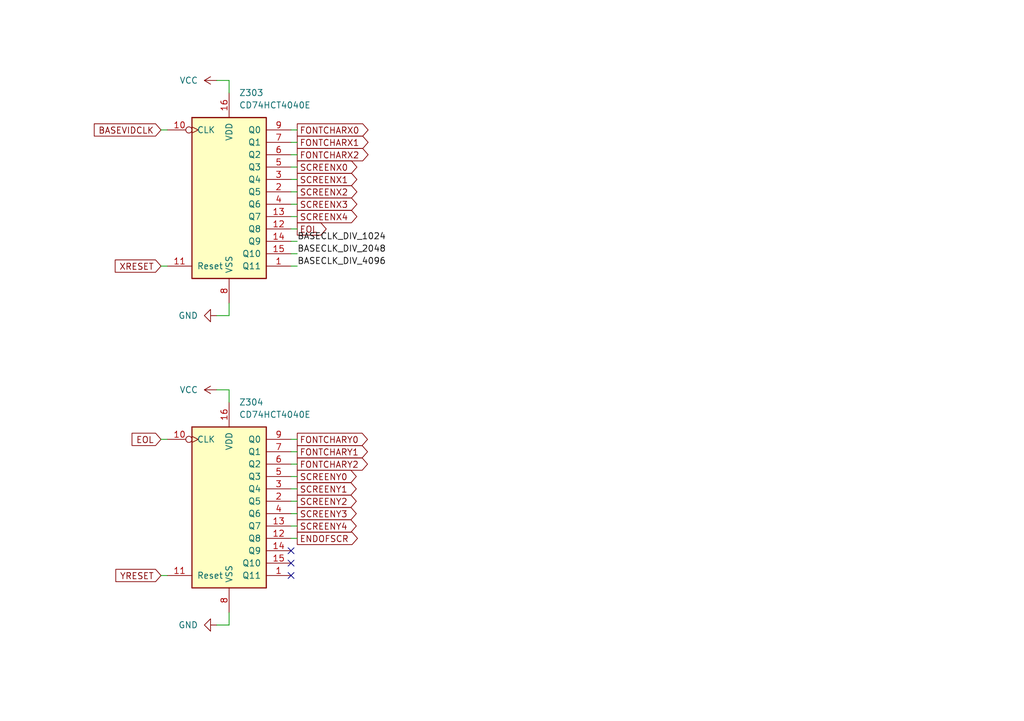
<source format=kicad_sch>
(kicad_sch (version 20211123) (generator eeschema)
  (paper "A5")
  (title_block (title "JupiterAce Z80 plus KIO and new memory format.") (date "2020-05-12") (rev "${REVNUM}") (company "Ontobus") (comment 1 "John Bradley") (comment 2 "https://creativecommons.org/licenses/by-nc-sa/4.0/") (comment 3 "Attribution-NonCommercial-ShareAlike 4.0 International License.") (comment 4 "This work is licensed under a Creative Commons "))
  (lib_symbols
    (symbol "ExtraSymbols:74HCT4040" (pin_names (offset 1.016))
      (property "Reference" "U" (at -7.62 16.51 0))
      (property "Value" "74HCT4040" (at -7.62 -19.05 0))
      (symbol "74HCT4040_1_0"
        (pin output line (at 12.7 -15.24 180) (length 5.08) (name "Q11") (number "1"))
        (pin input inverted_clock (at -12.7 12.7 0) (length 5.08) (name "CLK") (number "10"))
        (pin input line (at -12.7 -15.24 0) (length 5.08) (name "Reset") (number "11"))
        (pin output line (at 12.7 -7.62 180) (length 5.08) (name "Q8") (number "12"))
        (pin output line (at 12.7 -5.08 180) (length 5.08) (name "Q7") (number "13"))
        (pin output line (at 12.7 -10.16 180) (length 5.08) (name "Q9") (number "14"))
        (pin output line (at 12.7 -12.7 180) (length 5.08) (name "Q10") (number "15"))
        (pin power_in line (at 0 20.32 270) (length 5.08) (name "VDD") (number "16"))
        (pin output line (at 12.7 0 180) (length 5.08) (name "Q5") (number "2"))
        (pin output line (at 12.7 2.54 180) (length 5.08) (name "Q4") (number "3"))
        (pin output line (at 12.7 -2.54 180) (length 5.08) (name "Q6") (number "4"))
        (pin output line (at 12.7 5.08 180) (length 5.08) (name "Q3") (number "5"))
        (pin output line (at 12.7 7.62 180) (length 5.08) (name "Q2") (number "6"))
        (pin output line (at 12.7 10.16 180) (length 5.08) (name "Q1") (number "7"))
        (pin power_in line (at 0 -22.86 90) (length 5.08) (name "VSS") (number "8"))
        (pin output line (at 12.7 12.7 180) (length 5.08) (name "Q0") (number "9"))
      )
      (symbol "74HCT4040_1_1"
        (rectangle (start -7.62 15.24) (end 7.62 -17.78) (stroke (width 0.254)) (fill (type background)))
      )
    )
    (symbol "power:GND" (power) (pin_names (offset 0))
      (property "Value" "GND" (at 0 -3.81 0))
      (symbol "GND_0_1"
        (polyline (pts (xy 0 0) (xy 0 -1.27) (xy 1.27 -1.27) (xy 0 -2.54) (xy -1.27 -1.27) (xy 0 -1.27)))
      )
      (symbol "GND_1_1"
        (pin power_in line (at 0 0 270) (length 0) hide (name "GND") (number "1"))
      )
    )
    (symbol "power:VCC" (power) (pin_names (offset 0))
      (property "Value" "VCC" (at 0 3.81 0))
      (symbol "VCC_0_1"
        (polyline (pts (xy -0.762 1.27) (xy 0 2.54)))
        (polyline (pts (xy 0 0) (xy 0 2.54)))
        (polyline (pts (xy 0 2.54) (xy 0.762 1.27)))
      )
      (symbol "VCC_1_1"
        (pin power_in line (at 0 0 90) (length 0) hide (name "VCC") (number "1"))
      )
    )
  )
  (no_connect (at 59.69 115.57))
  (no_connect (at 59.69 118.11))
  (no_connect (at 59.69 113.03))
  (wire (pts (xy 59.69 54.61) (xy 60.96 54.61)))
  (wire (pts (xy 44.45 128.27) (xy 46.99 128.27)))
  (wire (pts (xy 46.99 19.05) (xy 46.99 16.51)))
  (wire (pts (xy 59.69 39.37) (xy 60.96 39.37)))
  (wire (pts (xy 59.69 46.99) (xy 60.96 46.99)))
  (wire (pts (xy 59.69 90.17) (xy 60.96 90.17)))
  (wire (pts (xy 59.69 26.67) (xy 60.96 26.67)))
  (wire (pts (xy 59.69 44.45) (xy 60.96 44.45)))
  (wire (pts (xy 46.99 125.73) (xy 46.99 128.27)))
  (wire (pts (xy 59.69 34.29) (xy 60.96 34.29)))
  (wire (pts (xy 34.29 54.61) (xy 33.02 54.61)))
  (wire (pts (xy 59.69 36.83) (xy 60.96 36.83)))
  (wire (pts (xy 59.69 107.95) (xy 60.96 107.95)))
  (wire (pts (xy 59.69 49.53) (xy 60.96 49.53)))
  (wire (pts (xy 59.69 102.87) (xy 60.96 102.87)))
  (wire (pts (xy 59.69 97.79) (xy 60.96 97.79)))
  (wire (pts (xy 59.69 41.91) (xy 60.96 41.91)))
  (wire (pts (xy 33.02 90.17) (xy 34.29 90.17)))
  (wire (pts (xy 46.99 82.55) (xy 46.99 80.01)))
  (wire (pts (xy 59.69 95.25) (xy 60.96 95.25)))
  (wire (pts (xy 44.45 80.01) (xy 46.99 80.01)))
  (wire (pts (xy 59.69 92.71) (xy 60.96 92.71)))
  (wire (pts (xy 33.02 26.67) (xy 34.29 26.67)))
  (wire (pts (xy 46.99 62.23) (xy 46.99 64.77)))
  (wire (pts (xy 44.45 16.51) (xy 46.99 16.51)))
  (wire (pts (xy 44.45 64.77) (xy 46.99 64.77)))
  (wire (pts (xy 34.29 118.11) (xy 33.02 118.11)))
  (wire (pts (xy 59.69 52.07) (xy 60.96 52.07)))
  (wire (pts (xy 59.69 29.21) (xy 60.96 29.21)))
  (wire (pts (xy 60.96 110.49) (xy 59.69 110.49)))
  (wire (pts (xy 59.69 105.41) (xy 60.96 105.41)))
  (wire (pts (xy 59.69 31.75) (xy 60.96 31.75)))
  (wire (pts (xy 59.69 100.33) (xy 60.96 100.33)))
  (label "BASECLK_DIV_2048" (at 60.96 52.07 0))
  (label "BASECLK_DIV_4096" (at 60.96 54.61 0))
  (label "BASECLK_DIV_1024" (at 60.96 49.53 0))
  (global_label "SCREENX3" (shape output) (at 60.96 41.91 0) (property "Intersheet References" "${INTERSHEET_REFS}" (at 73.0813 41.8306 0) (effects (justify left))))
  (global_label "EOL" (shape output) (at 60.96 46.99 0) (property "Intersheet References" "${INTERSHEET_REFS}" (at 66.7918 46.9106 0) (effects (justify left))))
  (global_label "SCREENX2" (shape output) (at 60.96 39.37 0) (property "Intersheet References" "${INTERSHEET_REFS}" (at 73.0813 39.2906 0) (effects (justify left))))
  (global_label "XRESET" (shape input) (at 33.02 54.61 180) (property "Intersheet References" "${INTERSHEET_REFS}" (at 23.741 54.5306 0) (effects (justify right))))
  (global_label "FONTCHARX1" (shape output) (at 60.96 29.21 0) (property "Intersheet References" "${INTERSHEET_REFS}" (at 75.3794 29.1306 0) (effects (justify left))))
  (global_label "FONTCHARY0" (shape output) (at 60.96 90.17 0) (property "Intersheet References" "${INTERSHEET_REFS}" (at 75.2585 90.0906 0) (effects (justify left))))
  (global_label "SCREENY0" (shape output) (at 60.96 97.79 0) (property "Intersheet References" "${INTERSHEET_REFS}" (at 72.9604 97.7106 0) (effects (justify left))))
  (global_label "SCREENX4" (shape output) (at 60.96 44.45 0) (property "Intersheet References" "${INTERSHEET_REFS}" (at 73.0813 44.3706 0) (effects (justify left))))
  (global_label "EOL" (shape input) (at 33.02 90.17 180) (property "Intersheet References" "${INTERSHEET_REFS}" (at 27.1882 90.0906 0) (effects (justify right))))
  (global_label "SCREENY2" (shape output) (at 60.96 102.87 0) (property "Intersheet References" "${INTERSHEET_REFS}" (at 72.9604 102.7906 0) (effects (justify left))))
  (global_label "SCREENY3" (shape output) (at 60.96 105.41 0) (property "Intersheet References" "${INTERSHEET_REFS}" (at 72.9604 105.3306 0) (effects (justify left))))
  (global_label "BASEVIDCLK" (shape input) (at 33.02 26.67 180) (property "Intersheet References" "${INTERSHEET_REFS}" (at 19.4472 26.5906 0) (effects (justify right))))
  (global_label "FONTCHARX2" (shape output) (at 60.96 31.75 0) (property "Intersheet References" "${INTERSHEET_REFS}" (at 75.3794 31.6706 0) (effects (justify left))))
  (global_label "YRESET" (shape input) (at 33.02 118.11 180) (property "Intersheet References" "${INTERSHEET_REFS}" (at 23.862 118.0306 0) (effects (justify right))))
  (global_label "SCREENX0" (shape output) (at 60.96 34.29 0) (property "Intersheet References" "${INTERSHEET_REFS}" (at 73.0813 34.2106 0) (effects (justify left))))
  (global_label "FONTCHARY1" (shape output) (at 60.96 92.71 0) (property "Intersheet References" "${INTERSHEET_REFS}" (at 75.2585 92.6306 0) (effects (justify left))))
  (global_label "SCREENX1" (shape output) (at 60.96 36.83 0) (property "Intersheet References" "${INTERSHEET_REFS}" (at 73.0813 36.7506 0) (effects (justify left))))
  (global_label "ENDOFSCR" (shape output) (at 60.96 110.49 0) (property "Intersheet References" "${INTERSHEET_REFS}" (at 73.2023 110.4106 0) (effects (justify left))))
  (global_label "SCREENY1" (shape output) (at 60.96 100.33 0) (property "Intersheet References" "${INTERSHEET_REFS}" (at 72.9604 100.2506 0) (effects (justify left))))
  (global_label "FONTCHARX0" (shape output) (at 60.96 26.67 0) (property "Intersheet References" "${INTERSHEET_REFS}" (at 75.3794 26.5906 0) (effects (justify left))))
  (global_label "FONTCHARY2" (shape output) (at 60.96 95.25 0) (property "Intersheet References" "${INTERSHEET_REFS}" (at 75.2585 95.1706 0) (effects (justify left))))
  (global_label "SCREENY4" (shape output) (at 60.96 107.95 0) (property "Intersheet References" "${INTERSHEET_REFS}" (at 72.9604 107.8706 0) (effects (justify left))))
  (symbol (lib_id "ExtraSymbols:74HCT4040") (at 46.99 39.37 0) (unit 1)
    (property "Reference" "Z303" (at 49.0094 19.05 0) (effects (justify left)))
    (property "Value" "CD74HCT4040E" (at 49.0094 21.59 0) (effects (justify left)))
    (property "Footprint" "Package_DIP:DIP-16_W7.62mm" (effects hide))
    (property "Datasheet" "http://www.intersil.com/content/dam/Intersil/documents/cd40/cd4020bms-24bms-40bms.pdf" (effects hide))
    (property "Description" "CD74HCT4040E, 12-stage Binary Counter, Up Counter 5V, 16-Pin PDIP" (effects hide))
    (property "Height" "5.08" (effects hide))
    (property "Manufacturer_Name" "Texas Instruments" (effects hide))
    (property "Manufacturer_Part_Number" "CD74HCT4040E" (effects hide))
    (property "Mouser Part Number" "595-CD74HCT4040E" (effects hide))
    (property "Mouser Price/Stock" "https://www.mouser.com/Search/Refine.aspx?Keyword=595-CD74HCT4040E" (effects hide))
    (property "RS Part Number" "0635252P" (effects hide))
    (property "RS Price/Stock" "http://uk.rs-online.com/web/p/products/0635252P" (effects hide))
  )
  (symbol (lib_id "ExtraSymbols:74HCT4040") (at 46.99 102.87 0) (unit 1)
    (property "Reference" "Z304" (at 49.0094 82.55 0) (effects (justify left)))
    (property "Value" "CD74HCT4040E" (at 49.0094 85.09 0) (effects (justify left)))
    (property "Footprint" "Package_DIP:DIP-16_W7.62mm" (effects hide))
    (property "Datasheet" "http://www.intersil.com/content/dam/Intersil/documents/cd40/cd4020bms-24bms-40bms.pdf" (effects hide))
    (property "Description" "CD74HCT4040E, 12-stage Binary Counter, Up Counter 5V, 16-Pin PDIP" (effects hide))
    (property "Height" "5.08" (effects hide))
    (property "Manufacturer_Name" "Texas Instruments" (effects hide))
    (property "Manufacturer_Part_Number" "CD74HCT4040E" (effects hide))
    (property "Mouser Part Number" "595-CD74HCT4040E" (effects hide))
    (property "Mouser Price/Stock" "https://www.mouser.com/Search/Refine.aspx?Keyword=595-CD74HCT4040E" (effects hide))
    (property "RS Part Number" "0635252P" (effects hide))
    (property "RS Price/Stock" "http://uk.rs-online.com/web/p/products/0635252P" (effects hide))
  )
  (symbol (lib_id "power:VCC") (at 44.45 16.51 90) (unit 1)
    (property "Reference" "#0104" (effects hide))
    (property "Value" "VCC" (at 40.64 16.5099 90) (effects (justify left)))
  )
  (symbol (lib_id "power:VCC") (at 44.45 80.01 90) (unit 1)
    (property "Reference" "#0105" (effects hide))
    (property "Value" "VCC" (at 40.64 80.0099 90) (effects (justify left)))
  )
  (symbol (lib_id "power:GND") (at 44.45 128.27 270) (unit 1)
    (property "Reference" "#0106" (effects hide))
    (property "Value" "GND" (at 40.64 128.2699 90) (effects (justify right)))
  )
  (symbol (lib_id "power:GND") (at 44.45 64.77 270) (unit 1)
    (property "Reference" "#0107" (effects hide))
    (property "Value" "GND" (at 40.64 64.7699 90) (effects (justify right)))
  )
)
</source>
